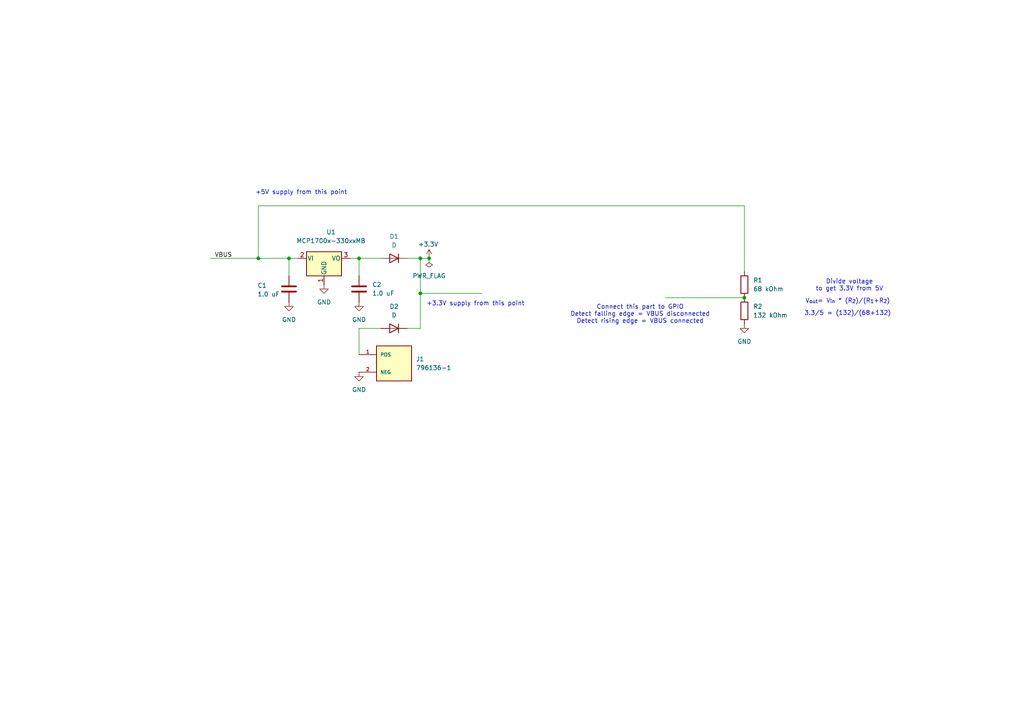
<source format=kicad_sch>
(kicad_sch (version 20231120) (generator "eeschema") (generator_version "8.0")
  (paper "A4")
  (lib_symbols
    (symbol "796136-1:796136-1" (pin_names (offset 1.016))
      (property "Reference" "J" (at -5.08 5.08 0))
      (property "Value" "796136-1" (at -5.08 -7.62 0))
      (symbol "796136-1_0_0"
        (rectangle (start -5.08 -5.08) (end 5.08 5.08) (stroke (width 0.254)) (fill (type background)))
        (pin passive line (at -10.16 2.54 0) (length 5.08) (name "POS") (number "1"))
        (pin passive line (at -10.16 -2.54 0) (length 5.08) (name "NEG") (number "2"))
      )
    )
    (symbol "Device:C" (pin_numbers hide) (pin_names (offset 0.254))
      (property "Reference" "C" (at 0.635 2.54 0))
      (property "Value" "C" (at 0.635 -2.54 0))
      (symbol "C_0_1"
        (polyline (pts (xy -2.032 -0.762) (xy 2.032 -0.762)) (stroke (width 0.508)))
        (polyline (pts (xy -2.032 0.762) (xy 2.032 0.762)) (stroke (width 0.508)))
      )
      (symbol "C_1_1"
        (pin passive line (at 0 3.81 270) (length 2.794) (name "~") (number "1"))
        (pin passive line (at 0 -3.81 90) (length 2.794) (name "~") (number "2"))
      )
    )
    (symbol "Device:D" (pin_numbers hide) (pin_names (offset 1.016) hide)
      (property "Reference" "D" (at 0 2.54 0))
      (property "Value" "D" (at 0 -2.54 0))
      (symbol "D_0_1"
        (polyline (pts (xy -1.27 1.27) (xy -1.27 -1.27)) (stroke (width 0.254)))
        (polyline (pts (xy 1.27 0) (xy -1.27 0)))
        (polyline (pts (xy 1.27 1.27) (xy 1.27 -1.27) (xy -1.27 0) (xy 1.27 1.27)) (stroke (width 0.254)))
      )
      (symbol "D_1_1"
        (pin passive line (at -3.81 0 0) (length 2.54) (name "K") (number "1"))
        (pin passive line (at 3.81 0 180) (length 2.54) (name "A") (number "2"))
      )
    )
    (symbol "Device:R" (pin_numbers hide) (pin_names (offset 0))
      (property "Reference" "R" (at 2.032 0 90))
      (property "Value" "R" (at 0 0 90))
      (symbol "R_0_1"
        (rectangle (start -1.016 -2.54) (end 1.016 2.54) (stroke (width 0.254)))
      )
      (symbol "R_1_1"
        (pin passive line (at 0 3.81 270) (length 1.27) (name "~") (number "1"))
        (pin passive line (at 0 -3.81 90) (length 1.27) (name "~") (number "2"))
      )
    )
    (symbol "Regulator_Linear:MCP1700x-330xxMB" (pin_names (offset 0.254))
      (property "Reference" "U" (at -3.81 3.175 0))
      (property "Value" "MCP1700x-330xxMB" (at 0 3.175 0))
      (symbol "MCP1700x-330xxMB_0_1"
        (rectangle (start -5.08 -5.08) (end 5.08 1.905) (stroke (width 0.254)) (fill (type background)))
      )
      (symbol "MCP1700x-330xxMB_1_1"
        (pin power_in line (at 0 -7.62 90) (length 2.54) (name "GND") (number "1"))
        (pin power_in line (at -7.62 0 0) (length 2.54) (name "VI") (number "2"))
        (pin power_out line (at 7.62 0 180) (length 2.54) (name "VO") (number "3"))
      )
    )
    (symbol "power:+3.3V" (power) (pin_numbers hide) (pin_names (offset 0) hide)
      (property "Value" "+3.3V" (at 0 3.556 0))
      (symbol "+3.3V_0_1"
        (polyline (pts (xy -0.762 1.27) (xy 0 2.54)))
        (polyline (pts (xy 0 0) (xy 0 2.54)))
        (polyline (pts (xy 0 2.54) (xy 0.762 1.27)))
      )
      (symbol "+3.3V_1_1"
        (pin power_in line (at 0 0 90) (length 0) (name "~") (number "1"))
      )
    )
    (symbol "power:GND" (power) (pin_numbers hide) (pin_names (offset 0) hide)
      (property "Value" "GND" (at 0 -3.81 0))
      (symbol "GND_0_1"
        (polyline (pts (xy 0 0) (xy 0 -1.27) (xy 1.27 -1.27) (xy 0 -2.54) (xy -1.27 -1.27) (xy 0 -1.27)))
      )
      (symbol "GND_1_1"
        (pin power_in line (at 0 0 270) (length 0) (name "~") (number "1"))
      )
    )
    (symbol "power:PWR_FLAG" (power) (pin_numbers hide) (pin_names (offset 0) hide)
      (property "Value" "PWR_FLAG" (at 0 3.81 0))
      (symbol "PWR_FLAG_0_0"
        (pin power_out line (at 0 0 90) (length 0) (name "~") (number "1"))
      )
      (symbol "PWR_FLAG_0_1"
        (polyline (pts (xy 0 0) (xy 0 1.27) (xy -1.016 1.905) (xy 0 2.54) (xy 1.016 1.905) (xy 0 1.27)))
      )
    )
  )
  (junction (at 215.9 86.36))
  (junction (at 124.46 74.93))
  (junction (at 74.93 74.93))
  (junction (at 83.82 74.93))
  (junction (at 104.14 74.93))
  (junction (at 121.92 85.09))
  (junction (at 121.92 74.93))
  (wire (pts (xy 83.82 74.93) (xy 83.82 80.01)))
  (wire (pts (xy 193.04 86.36) (xy 215.9 86.36)))
  (wire (pts (xy 104.14 74.93) (xy 104.14 80.01)))
  (wire (pts (xy 74.93 59.69) (xy 74.93 74.93)))
  (wire (pts (xy 121.92 74.93) (xy 121.92 85.09)))
  (wire (pts (xy 121.92 85.09) (xy 121.92 95.25)))
  (wire (pts (xy 74.93 59.69) (xy 215.9 59.69)))
  (wire (pts (xy 101.6 74.93) (xy 104.14 74.93)))
  (wire (pts (xy 118.11 95.25) (xy 121.92 95.25)))
  (wire (pts (xy 104.14 95.25) (xy 104.14 102.87)))
  (wire (pts (xy 74.93 74.93) (xy 83.82 74.93)))
  (wire (pts (xy 121.92 74.93) (xy 124.46 74.93)))
  (wire (pts (xy 104.14 74.93) (xy 110.49 74.93)))
  (wire (pts (xy 60.96 74.93) (xy 74.93 74.93)))
  (wire (pts (xy 121.92 85.09) (xy 139.7 85.09)))
  (wire (pts (xy 215.9 59.69) (xy 215.9 78.74)))
  (wire (pts (xy 104.14 95.25) (xy 110.49 95.25)))
  (wire (pts (xy 83.82 74.93) (xy 86.36 74.93)))
  (wire (pts (xy 118.11 74.93) (xy 121.92 74.93)))
  (text "Divide voltage\nto get 3.3V from 5V" (at 246.38 82.804 0) (effects (font (size 1.27 1.27))))
  (text "Connect this part to GPIO\nDetect falling edge = VBUS disconnected\nDetect rising edge = VBUS connected" (at 185.674 91.186 0) (effects (font (size 1.27 1.27))))
  (text "3.3/5 = (132)/(68+132)\n" (at 245.872 90.932 0) (effects (font (size 1.27 1.27))))
  (text "+5V supply from this point" (at 87.376 55.88 0) (effects (font (size 1.27 1.27))))
  (text "+3.3V supply from this point" (at 137.922 88.138 0) (effects (font (size 1.27 1.27))))
  (text "V_{out}= V_{in} * (R_{2})/(R_{1}+R_{2})\n" (at 245.872 87.376 0) (effects (font (size 1.27 1.27))))
  (label "VBUS" (at 62.23 74.93 0))
  (symbol (lib_id "power:GND") (at 104.14 87.63 0) (unit 1)
    (property "Reference" "#PWR06" (effects (hide yes)))
    (property "Value" "GND" (at 104.14 92.71 0))
    (property "Description" "Power symbol creates a global label with name \"GND\" , ground" (effects (hide yes)))
  )
  (symbol (lib_id "Device:D") (at 114.3 74.93 180) (unit 1)
    (property "Reference" "D1" (at 114.3 68.58 0))
    (property "Value" "D" (at 114.3 71.12 0))
    (property "Description" "Diode" (effects (hide yes)))
    (property "Sim.Device" "D" (effects (hide yes)))
    (property "Sim.Pins" "1=K 2=A" (effects (hide yes)))
  )
  (symbol (lib_id "power:GND") (at 83.82 87.63 0) (unit 1)
    (property "Reference" "#PWR05" (effects (hide yes)))
    (property "Value" "GND" (at 83.82 92.71 0))
    (property "Description" "Power symbol creates a global label with name \"GND\" , ground" (effects (hide yes)))
  )
  (symbol (lib_id "Device:C") (at 83.82 83.82 0) (unit 1)
    (property "Reference" "C1" (at 74.676 82.804 0) (effects (justify left)))
    (property "Value" "1.0 uF" (at 74.676 85.344 0) (effects (justify left)))
    (property "Footprint" "Capacitor_SMD:C_0603_1608Metric" (effects (hide yes)))
    (property "Description" "Unpolarized capacitor" (effects (hide yes)))
  )
  (symbol (lib_id "Device:R") (at 215.9 90.17 0) (unit 1)
    (property "Reference" "R2" (at 218.44 88.8999 0) (effects (justify left)))
    (property "Value" "132 kOhm" (at 218.44 91.4399 0) (effects (justify left)))
    (property "Footprint" "Resistor_SMD:R_0603_1608Metric" (effects (hide yes)))
    (property "Description" "Resistor" (effects (hide yes)))
  )
  (symbol (lib_id "power:GND") (at 104.14 107.95 0) (unit 1)
    (property "Reference" "#PWR03" (effects (hide yes)))
    (property "Value" "GND" (at 104.14 113.03 0))
    (property "Description" "Power symbol creates a global label with name \"GND\" , ground" (effects (hide yes)))
  )
  (symbol (lib_id "power:PWR_FLAG") (at 124.46 74.93 180) (unit 1)
    (property "Reference" "#FLG01" (effects (hide yes)))
    (property "Value" "PWR_FLAG" (at 124.46 80.01 0))
    (property "Description" "Special symbol for telling ERC where power comes from" (effects (hide yes)))
  )
  (symbol (lib_id "Device:D") (at 114.3 95.25 180) (unit 1)
    (property "Reference" "D2" (at 114.3 88.9 0))
    (property "Value" "D" (at 114.3 91.44 0))
    (property "Description" "Diode" (effects (hide yes)))
    (property "Sim.Device" "D" (effects (hide yes)))
    (property "Sim.Pins" "1=K 2=A" (effects (hide yes)))
  )
  (symbol (lib_id "796136-1:796136-1") (at 114.3 105.41 0) (unit 1)
    (property "Reference" "J1" (at 120.65 104.1399 0) (effects (justify left)))
    (property "Value" "796136-1" (at 120.65 106.6799 0) (effects (justify left)))
    (property "Footprint" "796136-1:TE_796136-1" (effects (hide yes)))
    (property "Comment" "796136-1" (effects (hide yes)))
    (property "MF" "TE Connectivity" (effects (hide yes)))
    (property "Description_1" "\n                        \n                            Surface Mount Battery Holder For 1, Leaf Spring Contact | TE Connectivity 796136-1\n                        \n" (effects (hide yes)))
    (property "Package" "CR 2032 Battery Holder TE Connectivity" (effects (hide yes)))
    (property "Price" "None" (effects (hide yes)))
    (property "Check_prices" "https://www.snapeda.com/parts/796136-1/TE+Connectivity+AMP+Connectors/view-part/?ref=eda" (effects (hide yes)))
    (property "STANDARD" "Manufacturer Recommendations" (effects (hide yes)))
    (property "PARTREV" "G2" (effects (hide yes)))
    (property "SnapEDA_Link" "https://www.snapeda.com/parts/796136-1/TE+Connectivity+AMP+Connectors/view-part/?ref=snap" (effects (hide yes)))
    (property "MP" "796136-1" (effects (hide yes)))
    (property "Availability" "In Stock" (effects (hide yes)))
    (property "MANUFACTURER" "TE CONNECTIVITY" (effects (hide yes)))
  )
  (symbol (lib_id "Device:C") (at 104.14 83.82 0) (unit 1)
    (property "Reference" "C2" (at 107.95 82.5499 0) (effects (justify left)))
    (property "Value" "1.0 uF" (at 107.95 85.0899 0) (effects (justify left)))
    (property "Footprint" "Capacitor_SMD:C_0603_1608Metric" (effects (hide yes)))
    (property "Description" "Unpolarized capacitor" (effects (hide yes)))
  )
  (symbol (lib_id "Device:R") (at 215.9 82.55 0) (unit 1)
    (property "Reference" "R1" (at 218.44 81.2799 0) (effects (justify left)))
    (property "Value" "68 kOhm" (at 218.44 83.8199 0) (effects (justify left)))
    (property "Footprint" "Resistor_SMD:R_0603_1608Metric" (effects (hide yes)))
    (property "Description" "Resistor" (effects (hide yes)))
  )
  (symbol (lib_id "power:+3.3V") (at 124.46 74.93 0) (unit 1)
    (property "Reference" "#PWR02" (effects (hide yes)))
    (property "Value" "+3.3V" (at 124.206 70.866 0))
    (property "Description" "Power symbol creates a global label with name \"+3.3V\"" (effects (hide yes)))
  )
  (symbol (lib_id "power:GND") (at 215.9 93.98 0) (unit 1)
    (property "Reference" "#PWR04" (effects (hide yes)))
    (property "Value" "GND" (at 215.9 99.06 0))
    (property "Description" "Power symbol creates a global label with name \"GND\" , ground" (effects (hide yes)))
  )
  (symbol (lib_id "power:GND") (at 93.98 82.55 0) (unit 1)
    (property "Reference" "#PWR01" (effects (hide yes)))
    (property "Value" "GND" (at 93.98 87.63 0))
    (property "Description" "Power symbol creates a global label with name \"GND\" , ground" (effects (hide yes)))
  )
  (symbol (lib_id "Regulator_Linear:MCP1700x-330xxMB") (at 93.98 74.93 0) (unit 1)
    (property "Reference" "U1" (at 96.012 67.31 0))
    (property "Value" "MCP1700x-330xxMB" (at 96.012 69.85 0))
    (property "Footprint" "Package_TO_SOT_SMD:SOT-89-3_Handsoldering" (effects (hide yes)))
    (property "Datasheet" "http://ww1.microchip.com/downloads/en/DeviceDoc/20001826D.pdf" (effects (hide yes)))
    (property "Description" "250mA Low Quiscent Current LDO, 3.3V output, SOT-89" (effects (hide yes)))
  )
)
</source>
